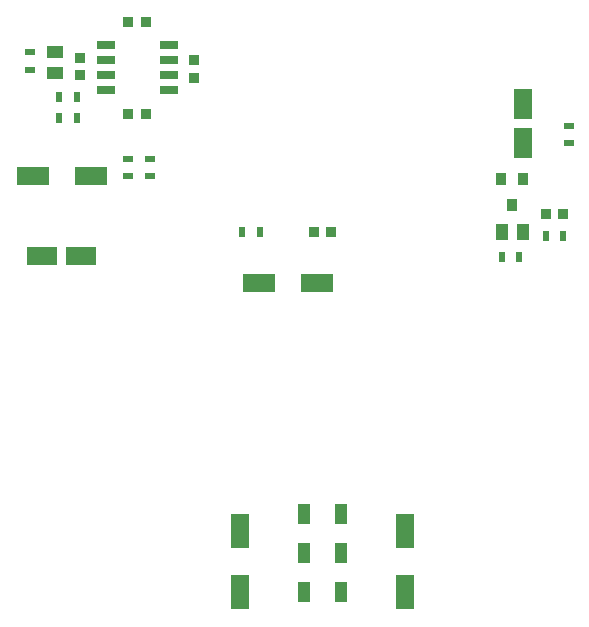
<source format=gtp>
%FSLAX46Y46*%
%MOMM*%
%AMPS15*
21,1,1.594948,2.741421,0.000000,0.000000,90.000000*
%
%ADD15PS15*%
%AMPS14*
21,1,1.594948,2.741421,0.000000,0.000000,270.000000*
%
%ADD14PS14*%
%AMPS12*
21,1,1.600000,2.950000,0.000000,0.000000,0.000000*
%
%ADD12PS12*%
%AMPS13*
21,1,1.600000,2.950000,0.000000,0.000000,180.000000*
%
%ADD13PS13*%
%AMPS16*
21,1,0.600000,1.550000,0.000000,0.000000,90.000000*
%
%ADD16PS16*%
%AMPS17*
21,1,0.600000,1.550000,0.000000,0.000000,270.000000*
%
%ADD17PS17*%
%AMPS27*
21,1,1.600000,2.500000,0.000000,0.000000,0.000000*
%
%ADD27PS27*%
%AMPS35*
21,1,1.600000,2.500000,0.000000,0.000000,90.000000*
%
%ADD35PS35*%
%AMPS26*
21,1,1.600000,2.500000,0.000000,0.000000,180.000000*
%
%ADD26PS26*%
%AMPS34*
21,1,1.600000,2.500000,0.000000,0.000000,270.000000*
%
%ADD34PS34*%
%AMPS31*
21,1,0.900000,1.000000,0.000000,0.000000,0.000000*
%
%ADD31PS31*%
%AMPS30*
21,1,0.900000,1.000000,0.000000,0.000000,180.000000*
%
%ADD30PS30*%
%AMPS33*
21,1,1.400000,1.100000,0.000000,0.000000,0.000000*
%
%ADD33PS33*%
%AMPS28*
21,1,1.400000,1.100000,0.000000,0.000000,90.000000*
%
%ADD28PS28*%
%AMPS32*
21,1,1.400000,1.100000,0.000000,0.000000,180.000000*
%
%ADD32PS32*%
%AMPS29*
21,1,1.400000,1.100000,0.000000,0.000000,270.000000*
%
%ADD29PS29*%
%AMPS19*
21,1,0.900000,0.500000,0.000000,0.000000,0.000000*
%
%ADD19PS19*%
%AMPS11*
21,1,0.900000,0.500000,0.000000,0.000000,90.000000*
%
%ADD11PS11*%
%AMPS18*
21,1,0.900000,0.500000,0.000000,0.000000,180.000000*
%
%ADD18PS18*%
%AMPS10*
21,1,0.900000,0.500000,0.000000,0.000000,270.000000*
%
%ADD10PS10*%
%AMPS25*
21,1,1.700000,1.100000,0.000000,0.000000,90.000000*
%
%ADD25PS25*%
%AMPS24*
21,1,1.700000,1.100000,0.000000,0.000000,270.000000*
%
%ADD24PS24*%
%AMPS21*
21,1,0.850000,0.800000,0.000000,0.000000,0.000000*
%
%ADD21PS21*%
%AMPS22*
21,1,0.850000,0.800000,0.000000,0.000000,90.000000*
%
%ADD22PS22*%
%AMPS20*
21,1,0.850000,0.800000,0.000000,0.000000,180.000000*
%
%ADD20PS20*%
%AMPS23*
21,1,0.850000,0.800000,0.000000,0.000000,270.000000*
%
%ADD23PS23*%
G01*
%LPD*%
G01*
%LPD*%
G75*
D10*
X50000000Y38630000D03*
D11*
X51500000Y38630000D03*
D12*
X24150000Y8430000D03*
D13*
X24150000Y13630000D03*
D14*
X25700002Y34630000D03*
D15*
X30600000Y34630000D03*
D11*
X47760000Y36800000D03*
D10*
X46260000Y36800000D03*
D11*
X25800002Y38960000D03*
D10*
X24300002Y38960000D03*
D16*
X18090000Y54740000D03*
D16*
X18090000Y52190000D03*
D16*
X18090000Y50920000D03*
D17*
X12750000Y50920000D03*
D17*
X12750000Y53470000D03*
D16*
X18090000Y53470000D03*
D17*
X12750000Y54740000D03*
D17*
X12750000Y52190000D03*
D18*
X16500000Y45130000D03*
D19*
X16500000Y43630000D03*
D20*
X10580000Y53695000D03*
D21*
X10580000Y52195000D03*
D22*
X51500000Y40420000D03*
D23*
X50000000Y40420000D03*
D18*
X14670000Y45130000D03*
D19*
X14670000Y43630000D03*
D12*
X38050000Y8430000D03*
D13*
X38050000Y13630000D03*
D24*
X29500000Y8430000D03*
D25*
X32700000Y8430000D03*
D26*
X48110000Y49740000D03*
D27*
X48110000Y46440000D03*
D25*
X32700000Y11730000D03*
D24*
X29500000Y11730000D03*
D28*
X48060000Y38930000D03*
D29*
X46260000Y38930000D03*
D24*
X29500000Y15030000D03*
D25*
X32700000Y15030000D03*
D23*
X14670000Y48930000D03*
D22*
X16170000Y48930000D03*
D30*
X46210000Y43390000D03*
D31*
X47160000Y41190000D03*
D30*
X48110000Y43390000D03*
D18*
X51940000Y47940000D03*
D19*
X51940000Y46440000D03*
D22*
X16170000Y56730000D03*
D23*
X14670000Y56730000D03*
D32*
X8490000Y54180000D03*
D33*
X8490000Y52380000D03*
D10*
X8810000Y48570000D03*
D11*
X10310000Y48570000D03*
D11*
X10310000Y50400000D03*
D10*
X8810000Y50400000D03*
D21*
X20260000Y51970000D03*
D20*
X20260000Y53470000D03*
D23*
X30360002Y38960000D03*
D22*
X31860002Y38960000D03*
D34*
X7370000Y36930000D03*
D35*
X10670000Y36930000D03*
D15*
X11469999Y43630000D03*
D14*
X6570001Y43630000D03*
D19*
X6360000Y52680000D03*
D18*
X6360000Y54180000D03*
M02*

</source>
